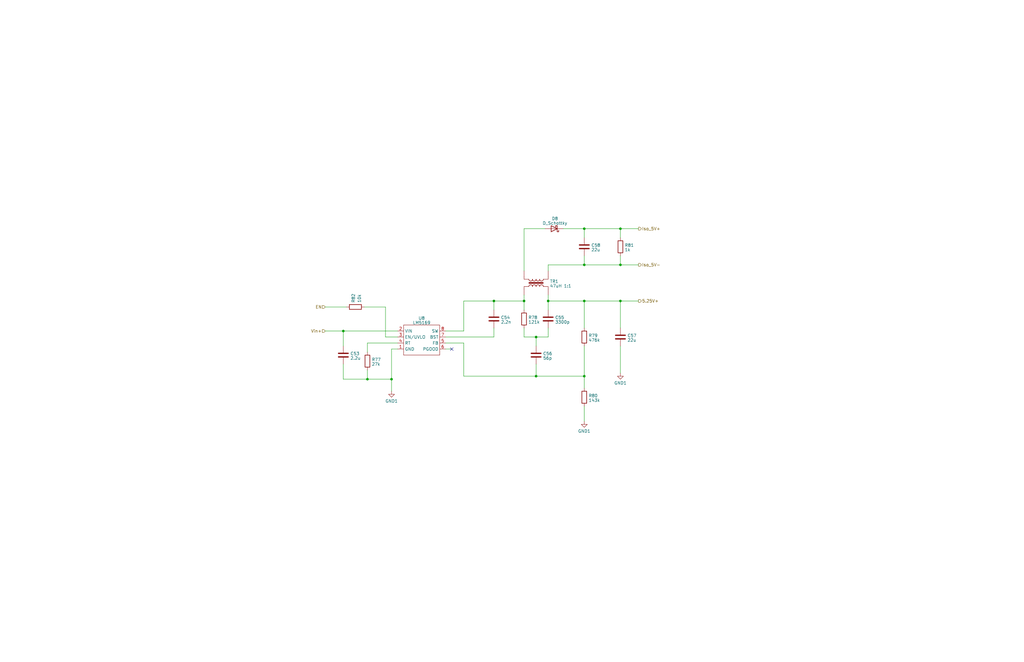
<source format=kicad_sch>
(kicad_sch (version 20230121) (generator eeschema)
  (paper "B")
  (lib_symbols
    (symbol "Device:C" (pin_numbers hide) (pin_names (offset 0.254))
      (property "Reference" "C" (at 0.635 2.54 0))
      (property "Value" "C" (at 0.635 -2.54 0))
      (symbol "C_0_1"
        (polyline (pts (xy -2.032 -0.762) (xy 2.032 -0.762)) (stroke (width 0.508)))
        (polyline (pts (xy -2.032 0.762) (xy 2.032 0.762)) (stroke (width 0.508)))
      )
      (symbol "C_1_1"
        (pin passive line (at 0 3.81 270) (length 2.794) (name "~") (number "1"))
        (pin passive line (at 0 -3.81 90) (length 2.794) (name "~") (number "2"))
      )
    )
    (symbol "Device:D_Schottky" (pin_numbers hide) (pin_names (offset 1.016) hide)
      (property "Reference" "D" (at 0 2.54 0))
      (property "Value" "D_Schottky" (at 0 -2.54 0))
      (symbol "D_Schottky_0_1"
        (polyline (pts (xy 1.27 0) (xy -1.27 0)))
        (polyline (pts (xy 1.27 1.27) (xy 1.27 -1.27) (xy -1.27 0) (xy 1.27 1.27)) (stroke (width 0.254)))
        (polyline (pts (xy -1.905 0.635) (xy -1.905 1.27) (xy -1.27 1.27) (xy -1.27 -1.27) (xy -0.635 -1.27) (xy -0.635 -0.635)) (stroke (width 0.254)))
      )
      (symbol "D_Schottky_1_1"
        (pin passive line (at -3.81 0 0) (length 2.54) (name "K") (number "1"))
        (pin passive line (at 3.81 0 180) (length 2.54) (name "A") (number "2"))
      )
    )
    (symbol "Device:R" (pin_numbers hide) (pin_names (offset 0))
      (property "Reference" "R" (at 2.032 0 90))
      (property "Value" "R" (at 0 0 90))
      (symbol "R_0_1"
        (rectangle (start -1.016 -2.54) (end 1.016 2.54) (stroke (width 0.254)))
      )
      (symbol "R_1_1"
        (pin passive line (at 0 3.81 270) (length 1.27) (name "~") (number "1"))
        (pin passive line (at 0 -3.81 90) (length 1.27) (name "~") (number "2"))
      )
    )
    (symbol "Transformer:TRANSF1" (pin_numbers hide) (pin_names (offset 0))
      (property "Reference" "TR" (at 0 6.35 0))
      (property "Value" "TRANSF1" (at 0 -6.35 0))
      (symbol "TRANSF1_0_1"
        (arc (start -1.524 -3.048) (mid -0.7653 -2.286) (end -1.524 -1.524) (stroke (width 0.2032)))
        (arc (start -1.524 -1.524) (mid -0.7653 -0.762) (end -1.524 0) (stroke (width 0.2032)))
        (arc (start -1.524 0) (mid -0.7653 0.762) (end -1.524 1.524) (stroke (width 0.2032)))
        (arc (start -1.524 1.524) (mid -0.7653 2.286) (end -1.524 3.048) (stroke (width 0.2032)))
        (rectangle (start -0.254 3.048) (end 0.254 -3.048) (stroke (width 0.0254)) (fill (type outline)))
        (polyline (pts (xy -2.54 5.08) (xy -1.524 5.08) (xy -1.524 3.048) (xy -1.524 3.048)) (stroke (width 0.1524)))
        (polyline (pts (xy -1.524 -3.048) (xy -1.524 -5.08) (xy -2.54 -5.08) (xy -2.54 -5.08)) (stroke (width 0.1524)))
        (polyline (pts (xy 1.524 3.048) (xy 1.524 5.08) (xy 2.54 5.08) (xy 2.54 5.08)) (stroke (width 0.1524)))
        (polyline (pts (xy 2.54 -5.08) (xy 1.524 -5.08) (xy 1.524 -3.048) (xy 1.524 -3.048)) (stroke (width 0.1524)))
        (arc (start 1.524 -1.524) (mid 0.7653 -2.286) (end 1.524 -3.048) (stroke (width 0.2032)))
        (arc (start 1.524 0) (mid 0.7653 -0.762) (end 1.524 -1.524) (stroke (width 0.2032)))
        (arc (start 1.524 1.524) (mid 0.7653 0.762) (end 1.524 0) (stroke (width 0.2032)))
        (arc (start 1.524 3.048) (mid 0.7653 2.286) (end 1.524 1.524) (stroke (width 0.2032)))
      )
      (symbol "TRANSF1_1_1"
        (pin passive line (at -5.08 5.08 0) (length 2.54) (name "~") (number "1"))
        (pin passive line (at -5.08 -5.08 0) (length 2.54) (name "~") (number "2"))
        (pin passive line (at 5.08 -5.08 180) (length 2.54) (name "~") (number "3"))
        (pin passive line (at 5.08 5.08 180) (length 2.54) (name "~") (number "4"))
      )
    )
    (symbol "power:GND1" (power) (pin_names (offset 0))
      (property "Value" "GND1" (at 0 -3.81 0))
      (symbol "GND1_0_1"
        (polyline (pts (xy 0 0) (xy 0 -1.27) (xy 1.27 -1.27) (xy 0 -2.54) (xy -1.27 -1.27) (xy 0 -1.27)))
      )
      (symbol "GND1_1_1"
        (pin power_in line (at 0 0 270) (length 0) hide (name "GND1") (number "1"))
      )
    )
    (symbol "qtech:LM5169"
      (property "Reference" "U" (at -7.62 8.89 0))
      (property "Value" "LM5169" (at -7.62 6.35 0))
      (symbol "LM5169_0_1"
        (rectangle (start -7.62 5.08) (end 7.62 -7.62))
      )
      (symbol "LM5169_1_1"
        (pin power_in line (at -10.16 -5.08 0) (length 2.54) (name "GND") (number "1"))
        (pin power_in line (at -10.16 2.54 0) (length 2.54) (name "VIN") (number "2"))
        (pin input line (at -10.16 0 0) (length 2.54) (name "EN/UVLO") (number "3"))
        (pin input line (at -10.16 -2.54 0) (length 2.54) (name "RT") (number "4"))
        (pin input line (at 10.16 -2.54 180) (length 2.54) (name "FB") (number "5"))
        (pin output line (at 10.16 -5.08 180) (length 2.54) (name "PGOOD") (number "6"))
        (pin power_in line (at 10.16 0 180) (length 2.54) (name "BST") (number "7"))
        (pin power_out line (at 10.16 2.54 180) (length 2.54) (name "SW") (number "8"))
      )
    )
  )
  (junction (at 261.62 127))
  (junction (at 226.06 142.24))
  (junction (at 165.1 160.02))
  (junction (at 208.28 127))
  (junction (at 220.98 127))
  (junction (at 246.38 96.52))
  (junction (at 231.14 127))
  (junction (at 246.38 127))
  (junction (at 154.94 160.02))
  (junction (at 246.38 158.75))
  (junction (at 261.62 111.76))
  (junction (at 261.62 96.52))
  (junction (at 246.38 111.76))
  (junction (at 144.78 139.7))
  (junction (at 226.06 158.75))
  (no_connect (at 190.5 147.32))
  (wire (pts (xy 154.94 156.21) (xy 154.94 160.02)))
  (wire (pts (xy 226.06 158.75) (xy 246.38 158.75)))
  (wire (pts (xy 220.98 96.52) (xy 229.87 96.52)))
  (wire (pts (xy 246.38 127) (xy 246.38 138.43)))
  (wire (pts (xy 220.98 142.24) (xy 226.06 142.24)))
  (wire (pts (xy 167.64 147.32) (xy 165.1 147.32)))
  (wire (pts (xy 187.96 139.7) (xy 195.58 139.7)))
  (wire (pts (xy 237.49 96.52) (xy 246.38 96.52)))
  (wire (pts (xy 261.62 96.52) (xy 269.24 96.52)))
  (wire (pts (xy 167.64 142.24) (xy 162.56 142.24)))
  (wire (pts (xy 220.98 96.52) (xy 220.98 114.3)))
  (wire (pts (xy 231.14 142.24) (xy 226.06 142.24)))
  (wire (pts (xy 220.98 124.46) (xy 220.98 127)))
  (wire (pts (xy 231.14 111.76) (xy 231.14 114.3)))
  (wire (pts (xy 187.96 147.32) (xy 190.5 147.32)))
  (wire (pts (xy 162.56 142.24) (xy 162.56 129.54)))
  (wire (pts (xy 165.1 160.02) (xy 154.94 160.02)))
  (wire (pts (xy 144.78 139.7) (xy 144.78 146.05)))
  (wire (pts (xy 246.38 146.05) (xy 246.38 158.75)))
  (wire (pts (xy 231.14 127) (xy 246.38 127)))
  (wire (pts (xy 137.16 139.7) (xy 144.78 139.7)))
  (wire (pts (xy 195.58 127) (xy 208.28 127)))
  (wire (pts (xy 187.96 144.78) (xy 195.58 144.78)))
  (wire (pts (xy 246.38 96.52) (xy 246.38 100.33)))
  (wire (pts (xy 137.16 129.54) (xy 146.05 129.54)))
  (wire (pts (xy 167.64 144.78) (xy 154.94 144.78)))
  (wire (pts (xy 220.98 138.43) (xy 220.98 142.24)))
  (wire (pts (xy 220.98 127) (xy 220.98 130.81)))
  (wire (pts (xy 226.06 153.67) (xy 226.06 158.75)))
  (wire (pts (xy 144.78 160.02) (xy 144.78 153.67)))
  (wire (pts (xy 226.06 142.24) (xy 226.06 146.05)))
  (wire (pts (xy 187.96 142.24) (xy 208.28 142.24)))
  (wire (pts (xy 220.98 127) (xy 208.28 127)))
  (wire (pts (xy 246.38 111.76) (xy 231.14 111.76)))
  (wire (pts (xy 195.58 144.78) (xy 195.58 158.75)))
  (wire (pts (xy 208.28 142.24) (xy 208.28 138.43)))
  (wire (pts (xy 195.58 158.75) (xy 226.06 158.75)))
  (wire (pts (xy 154.94 160.02) (xy 144.78 160.02)))
  (wire (pts (xy 165.1 160.02) (xy 165.1 165.1)))
  (wire (pts (xy 261.62 146.05) (xy 261.62 157.48)))
  (wire (pts (xy 246.38 171.45) (xy 246.38 177.8)))
  (wire (pts (xy 144.78 139.7) (xy 167.64 139.7)))
  (wire (pts (xy 261.62 127) (xy 261.62 138.43)))
  (wire (pts (xy 246.38 96.52) (xy 261.62 96.52)))
  (wire (pts (xy 154.94 144.78) (xy 154.94 148.59)))
  (wire (pts (xy 165.1 147.32) (xy 165.1 160.02)))
  (wire (pts (xy 246.38 127) (xy 261.62 127)))
  (wire (pts (xy 208.28 127) (xy 208.28 130.81)))
  (wire (pts (xy 261.62 111.76) (xy 269.24 111.76)))
  (wire (pts (xy 162.56 129.54) (xy 153.67 129.54)))
  (wire (pts (xy 231.14 138.43) (xy 231.14 142.24)))
  (wire (pts (xy 261.62 127) (xy 269.24 127)))
  (wire (pts (xy 246.38 111.76) (xy 261.62 111.76)))
  (wire (pts (xy 231.14 127) (xy 231.14 130.81)))
  (wire (pts (xy 195.58 139.7) (xy 195.58 127)))
  (wire (pts (xy 261.62 107.95) (xy 261.62 111.76)))
  (wire (pts (xy 231.14 124.46) (xy 231.14 127)))
  (wire (pts (xy 261.62 96.52) (xy 261.62 100.33)))
  (wire (pts (xy 246.38 107.95) (xy 246.38 111.76)))
  (wire (pts (xy 246.38 158.75) (xy 246.38 163.83)))
  (hierarchical_label "Iso_5V+" (shape output) (at 269.24 96.52 0))
  (hierarchical_label "5.25V+" (shape output) (at 269.24 127 0))
  (hierarchical_label "EN" (shape input) (at 137.16 129.54 180))
  (hierarchical_label "Iso_5V-" (shape output) (at 269.24 111.76 0))
  (hierarchical_label "Vin+" (shape input) (at 137.16 139.7 180))
  (symbol (lib_id "power:GND1") (at 246.38 177.8 0) (unit 1)
    (property "Reference" "#PWR025" (effects hide))
    (property "Value" "GND1" (at 246.38 181.9355 0))
    (instances (project "bms" (path "" (reference "#PWR025") (unit 1)) (path "" (reference "#PWR044") (unit 1))))
  )
  (symbol (lib_id "Device:R") (at 246.38 167.64 0) (unit 1)
    (property "Reference" "R80" (at 248.158 166.9963 0) (effects (justify left)))
    (property "Value" "143k" (at 248.158 168.9173 0) (effects (justify left)))
    (property "Footprint" "Resistor_SMD:R_0402_1005Metric" (effects hide))
    (property "Datasheet" "https://www.mouser.com/datasheet/2/315/AOA0000C304-1149620.pdf" (effects hide))
    (property "Mouser" "https://www.mouser.com/ProductDetail/Panasonic/ERJ-2RKF1403X?qs=sGAEpiMZZMtlubZbdhIBILWcrV%252BWBYJCciUUV%252B0xR5Y%3D" (effects hide))
    (property "Part Number" "ERJ-2RKF1403X" (effects hide))
    (property "Rating" "100 mW 140k" (effects hide))
  )
  (symbol (lib_id "Transformer:TRANSF1") (at 226.06 119.38 90) (unit 1)
    (property "Reference" "TR1" (at 231.8512 118.7363 90) (effects (justify right)))
    (property "Value" "47uH 1:1" (at 231.8512 120.6573 90) (effects (justify right)))
    (property "Footprint" "qtech:L_Bourns_SRF0703A" (effects hide))
    (property "Datasheet" "https://www.mouser.com/datasheet/2/54/SRF0703A-1391409.pdf" (effects hide))
    (property "Mouser" "https://www.mouser.com/ProductDetail/Bourns/SRF0703A-470M?qs=xGZga0pI15Omgx1CXzPWDQ%3D%3D" (effects hide))
    (property "Part Number" "SRF0703A-470M" (effects hide))
  )
  (symbol (lib_id "Device:C") (at 144.78 149.86 0) (unit 1)
    (property "Reference" "C53" (at 147.701 149.2163 0) (effects (justify left)))
    (property "Value" "2.2u" (at 147.701 151.1373 0) (effects (justify left)))
    (property "Footprint" "Capacitor_SMD:C_1210_3225Metric" (effects hide))
    (property "Datasheet" "https://www.mouser.com/datasheet/2/585/MLCC-1837944.pdf" (effects hide))
    (property "Mouser" "https://www.mouser.com/ProductDetail/Samsung-Electro-Mechanics/CL32B225KCJSNNF?qs=sGAEpiMZZMsh%252B1woXyUXj9e2R%2FOkAO5ohYe9%2FNjJuH0%3D" (effects hide))
    (property "Part Number" "CL32B225KCJSNNF" (effects hide))
    (property "Rating" "100V X7R 2X dielectric or better" (effects hide))
  )
  (symbol (lib_id "Device:R") (at 154.94 152.4 0) (unit 1)
    (property "Reference" "R77" (at 156.718 151.7563 0) (effects (justify left)))
    (property "Value" "27k" (at 156.718 153.6773 0) (effects (justify left)))
    (property "Footprint" "Resistor_SMD:R_0603_1608Metric" (effects hide))
    (property "Datasheet" "https://www.mouser.com/datasheet/2/447/PYu_RC_Group_51_RoHS_L_11-1984063.pdf" (effects hide))
    (property "Mouser" "https://www.mouser.com/ProductDetail/YAGEO/RC0603JR-0727KL?qs=sGAEpiMZZMtlubZbdhIBIAVdtiC5pVGKh%252By%2FrHZo%2FQg%3D" (effects hide))
    (property "Part Number" "RC0603JR-0727KL" (effects hide))
    (property "Rating" "100mW" (effects hide))
  )
  (symbol (lib_id "Device:D_Schottky") (at 233.68 96.52 180) (unit 1)
    (property "Reference" "D8" (at 233.9975 92.2401 0))
    (property "Value" "D_Schottky" (at 233.9975 94.1611 0))
  )
  (symbol (lib_id "power:GND1") (at 261.62 157.48 0) (unit 1)
    (property "Reference" "#PWR025" (effects hide))
    (property "Value" "GND1" (at 261.62 161.6155 0))
    (instances (project "bms" (path "" (reference "#PWR025") (unit 1)) (path "" (reference "#PWR045") (unit 1))))
  )
  (symbol (lib_id "qtech:LM5169") (at 177.8 142.24 0) (unit 1)
    (property "Reference" "U8" (at 177.8 134.2771 0))
    (property "Value" "LM5169" (at 177.8 136.1981 0))
    (property "Footprint" "Package_SO:TI_SO-PowerPAD-8_ThermalVias" (effects hide))
    (property "Datasheet" "https://www.ti.com/lit/ds/symlink/lm5168.pdf" (effects hide))
    (property "Mouser" "https://www.mouser.com/ProductDetail/Texas-Instruments/LM5169FDDAR?qs=T%252BzbugeAwjhTjdfXou%252BoXA%3D%3D" (effects hide))
    (property "Part Number" "LM5169FDDAR" (effects hide))
  )
  (symbol (lib_id "Device:C") (at 208.28 134.62 0) (unit 1)
    (property "Reference" "C54" (at 211.201 133.9763 0) (effects (justify left)))
    (property "Value" "2.2n" (at 211.201 135.8973 0) (effects (justify left)))
    (property "Footprint" "Capacitor_SMD:C_0603_1608Metric" (effects hide))
    (property "Datasheet" "https://www.mouser.com/datasheet/2/40/X7RDielectric-2943470.pdf" (effects hide))
    (property "Mouser" "https://www.mouser.com/ProductDetail/KYOCERA-AVX/0603YC222KAT2A?qs=sGAEpiMZZMt7gvpyg0xT8uAr8Yl%2FXjZ19fVVjWDLx6U%3D" (effects hide))
    (property "Part Number" "0603YC222KAT2A" (effects hide))
    (property "Rating" "16V" (effects hide))
  )
  (symbol (lib_id "Device:C") (at 246.38 104.14 0) (unit 1)
    (property "Reference" "C58" (at 249.301 103.4963 0) (effects (justify left)))
    (property "Value" "22u" (at 249.301 105.4173 0) (effects (justify left)))
    (property "Footprint" "Capacitor_SMD:C_1206_3216Metric" (effects hide))
    (property "Datasheet" "https://www.mouser.com/datasheet/2/585/MLCC-1837944.pdf" (effects hide))
    (property "Mouser" "https://www.mouser.com/ProductDetail/Samsung-Electro-Mechanics/CL31A226MOCLNNC?qs=sGAEpiMZZMt7gvpyg0xT8gpCc%252Bo5qKWQW0Uoi11QDW8%3D" (effects hide))
    (property "Part Number" "CL31A226MOCLNNC" (effects hide))
    (property "Rating" "16" (effects hide))
  )
  (symbol (lib_id "Device:C") (at 261.62 142.24 0) (unit 1)
    (property "Reference" "C57" (at 264.541 141.5963 0) (effects (justify left)))
    (property "Value" "22u" (at 264.541 143.5173 0) (effects (justify left)))
    (property "Footprint" "Capacitor_SMD:C_1206_3216Metric" (effects hide))
    (property "Datasheet" "https://www.mouser.com/datasheet/2/585/MLCC-1837944.pdf" (effects hide))
    (property "Mouser" "https://www.mouser.com/ProductDetail/Samsung-Electro-Mechanics/CL31A226MOCLNNC?qs=sGAEpiMZZMt7gvpyg0xT8gpCc%252Bo5qKWQW0Uoi11QDW8%3D" (effects hide))
    (property "Part Number" "CL31A226MOCLNNC" (effects hide))
    (property "Rating" "16" (effects hide))
  )
  (symbol (lib_id "power:GND1") (at 165.1 165.1 0) (unit 1)
    (property "Reference" "#PWR025" (effects hide))
    (property "Value" "GND1" (at 165.1 169.2355 0))
  )
  (symbol (lib_id "Device:R") (at 220.98 134.62 0) (unit 1)
    (property "Reference" "R78" (at 222.758 133.9763 0) (effects (justify left)))
    (property "Value" "121k" (at 222.758 135.8973 0) (effects (justify left)))
    (property "Footprint" "Resistor_SMD:R_0402_1005Metric" (effects hide))
    (property "Datasheet" "https://www.mouser.com/datasheet/2/54/cr-1858361.pdf" (effects hide))
    (property "Mouser" "https://www.mouser.com/ProductDetail/Bourns/CR0402-JW-124GLF?qs=sGAEpiMZZMtlubZbdhIBIA2l6dSgzpPWo5C9hKVqRCM%3D" (effects hide))
    (property "Part Number" "CR0402-JW-124GLF" (effects hide))
    (property "Rating" "62.5 mW 120k" (effects hide))
  )
  (symbol (lib_id "Device:R") (at 246.38 142.24 0) (unit 1)
    (property "Reference" "R79" (at 248.158 141.5963 0) (effects (justify left)))
    (property "Value" "476k" (at 248.158 143.5173 0) (effects (justify left)))
    (property "Footprint" "Resistor_SMD:R_0402_1005Metric" (effects hide))
    (property "Datasheet" "https://www.mouser.com/datasheet/2/54/cr-1858361.pdf" (effects hide))
    (property "Mouser" "https://www.mouser.com/ProductDetail/Bourns/CR0402-FX-4753GLF?qs=sGAEpiMZZMtlubZbdhIBIDfFWzqdPB9%252BK4JajUhx65U%3D" (effects hide))
    (property "Part Number" "CR0402-FX-4753GLF" (effects hide))
    (property "Rating" "62.5 mW 475k" (effects hide))
  )
  (symbol (lib_id "Device:C") (at 226.06 149.86 0) (unit 1)
    (property "Reference" "C56" (at 228.981 149.2163 0) (effects (justify left)))
    (property "Value" "56p" (at 228.981 151.1373 0) (effects (justify left)))
    (property "Footprint" "Capacitor_SMD:C_0603_1608Metric" (effects hide))
    (property "Datasheet" "https://www.vishay.com/doc?28548" (effects hide))
    (property "Mouser" "https://www.mouser.com/ProductDetail/Vishay-Vitramon/VJ0603A560JXXCW1BC?qs=b7E%2F5v%252Bp8lrQ9XDoHWTAOA%3D%3D" (effects hide))
    (property "Part Number" "VJ0603A560JXXCW1BC" (effects hide))
    (property "Rating" "25V" (effects hide))
  )
  (symbol (lib_id "Device:R") (at 261.62 104.14 0) (unit 1)
    (property "Reference" "R81" (at 263.398 103.4963 0) (effects (justify left)))
    (property "Value" "1k" (at 263.398 105.4173 0) (effects (justify left)))
    (property "Footprint" "Resistor_SMD:R_0603_1608Metric" (effects hide))
    (property "Datasheet" "https://www.vishay.com/doc?20035" (effects hide))
    (property "Mouser" "https://www.mouser.com/ProductDetail/Vishay-Dale/CRCW06031K00FKEC?qs=sGAEpiMZZMtlubZbdhIBIO43cdRDMqnZdC%2FvLADwXWY%3D" (effects hide))
    (property "Part Number" "CRCW06031K00FKEC" (effects hide))
    (property "Rating" "100mW" (effects hide))
  )
  (symbol (lib_id "Device:C") (at 231.14 134.62 0) (unit 1)
    (property "Reference" "C55" (at 234.061 133.9763 0) (effects (justify left)))
    (property "Value" "3300p" (at 234.061 135.8973 0) (effects (justify left)))
    (property "Footprint" "Capacitor_SMD:C_0603_1608Metric" (effects hide))
    (property "Datasheet" "https://www.vishay.com/doc?28548" (effects hide))
    (property "Mouser" "https://www.mouser.com/ProductDetail/Vishay-Vitramon/VJ0603Y332KXXCW1BC?qs=sGAEpiMZZMt7gvpyg0xT8oir60oXeF6Zk2dnMrwI8PE%3D" (effects hide))
    (property "Part Number" "VJ0603Y332KXXCW1BC" (effects hide))
    (property "Rating" "25V" (effects hide))
  )
  (symbol (lib_id "Device:R") (at 149.86 129.54 90) (unit 1)
    (property "Reference" "R82" (at 149.0253 127.762 0) (effects (justify left)))
    (property "Value" "10k" (at 151.5622 127.762 0) (effects (justify left)))
    (property "Footprint" "Resistor_SMD:R_0603_1608Metric" (effects hide))
    (property "Datasheet" "https://www.mouser.com/datasheet/2/219/RK73H-1825326.pdf" (effects hide))
    (property "Mouser" "https://www.mouser.com/ProductDetail/KOA-Speer/RK73H1JTTD1002F?qs=sGAEpiMZZMtlubZbdhIBINkEv%252BGnJSJCzf6arQIEEEA%3D" (effects hide))
    (property "Part Number" "RK73H1JTTD1002F" (effects hide))
    (property "Rating" "100mW" (effects hide))
  )
)
</source>
